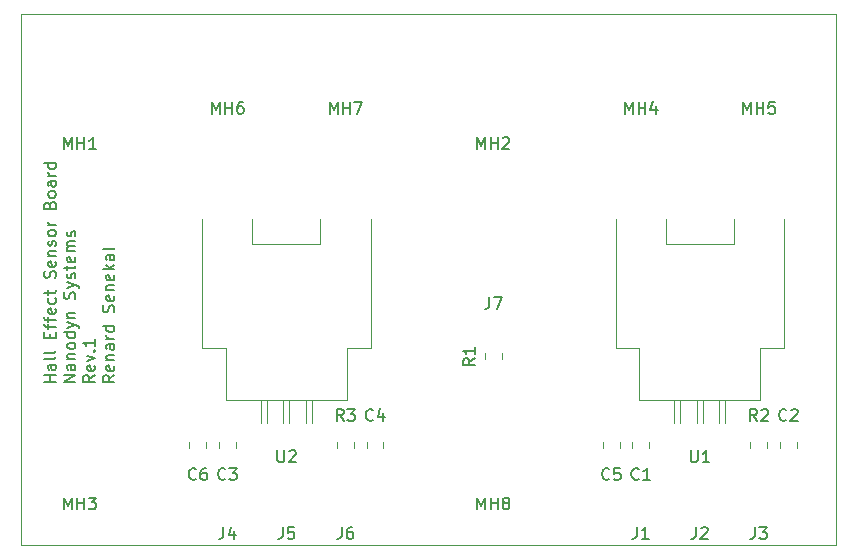
<source format=gbr>
G04 #@! TF.GenerationSoftware,KiCad,Pcbnew,(5.1.5)-3*
G04 #@! TF.CreationDate,2020-06-18T15:26:03+02:00*
G04 #@! TF.ProjectId,Amp_Hall_Effect_Sensor,416d705f-4861-46c6-9c5f-456666656374,Rev. 1*
G04 #@! TF.SameCoordinates,Original*
G04 #@! TF.FileFunction,Legend,Top*
G04 #@! TF.FilePolarity,Positive*
%FSLAX46Y46*%
G04 Gerber Fmt 4.6, Leading zero omitted, Abs format (unit mm)*
G04 Created by KiCad (PCBNEW (5.1.5)-3) date 2020-06-18 15:26:03*
%MOMM*%
%LPD*%
G04 APERTURE LIST*
%ADD10C,0.050000*%
%ADD11C,0.150000*%
%ADD12C,0.120000*%
G04 APERTURE END LIST*
D10*
X257000000Y-129500000D02*
X188000000Y-129500000D01*
X257000000Y-174500000D02*
X257000000Y-129500000D01*
X255500000Y-174500000D02*
X257000000Y-174500000D01*
X188000000Y-174500000D02*
X255500000Y-174500000D01*
X188000000Y-172000000D02*
X188000000Y-174500000D01*
X188000000Y-129500000D02*
X188000000Y-172000000D01*
D11*
X190977380Y-160664404D02*
X189977380Y-160664404D01*
X190453571Y-160664404D02*
X190453571Y-160092976D01*
X190977380Y-160092976D02*
X189977380Y-160092976D01*
X190977380Y-159188214D02*
X190453571Y-159188214D01*
X190358333Y-159235833D01*
X190310714Y-159331071D01*
X190310714Y-159521547D01*
X190358333Y-159616785D01*
X190929761Y-159188214D02*
X190977380Y-159283452D01*
X190977380Y-159521547D01*
X190929761Y-159616785D01*
X190834523Y-159664404D01*
X190739285Y-159664404D01*
X190644047Y-159616785D01*
X190596428Y-159521547D01*
X190596428Y-159283452D01*
X190548809Y-159188214D01*
X190977380Y-158569166D02*
X190929761Y-158664404D01*
X190834523Y-158712023D01*
X189977380Y-158712023D01*
X190977380Y-158045357D02*
X190929761Y-158140595D01*
X190834523Y-158188214D01*
X189977380Y-158188214D01*
X190453571Y-156902500D02*
X190453571Y-156569166D01*
X190977380Y-156426309D02*
X190977380Y-156902500D01*
X189977380Y-156902500D01*
X189977380Y-156426309D01*
X190310714Y-156140595D02*
X190310714Y-155759642D01*
X190977380Y-155997738D02*
X190120238Y-155997738D01*
X190025000Y-155950119D01*
X189977380Y-155854880D01*
X189977380Y-155759642D01*
X190310714Y-155569166D02*
X190310714Y-155188214D01*
X190977380Y-155426309D02*
X190120238Y-155426309D01*
X190025000Y-155378690D01*
X189977380Y-155283452D01*
X189977380Y-155188214D01*
X190929761Y-154473928D02*
X190977380Y-154569166D01*
X190977380Y-154759642D01*
X190929761Y-154854880D01*
X190834523Y-154902500D01*
X190453571Y-154902500D01*
X190358333Y-154854880D01*
X190310714Y-154759642D01*
X190310714Y-154569166D01*
X190358333Y-154473928D01*
X190453571Y-154426309D01*
X190548809Y-154426309D01*
X190644047Y-154902500D01*
X190929761Y-153569166D02*
X190977380Y-153664404D01*
X190977380Y-153854880D01*
X190929761Y-153950119D01*
X190882142Y-153997738D01*
X190786904Y-154045357D01*
X190501190Y-154045357D01*
X190405952Y-153997738D01*
X190358333Y-153950119D01*
X190310714Y-153854880D01*
X190310714Y-153664404D01*
X190358333Y-153569166D01*
X190310714Y-153283452D02*
X190310714Y-152902500D01*
X189977380Y-153140595D02*
X190834523Y-153140595D01*
X190929761Y-153092976D01*
X190977380Y-152997738D01*
X190977380Y-152902500D01*
X190929761Y-151854880D02*
X190977380Y-151712023D01*
X190977380Y-151473928D01*
X190929761Y-151378690D01*
X190882142Y-151331071D01*
X190786904Y-151283452D01*
X190691666Y-151283452D01*
X190596428Y-151331071D01*
X190548809Y-151378690D01*
X190501190Y-151473928D01*
X190453571Y-151664404D01*
X190405952Y-151759642D01*
X190358333Y-151807261D01*
X190263095Y-151854880D01*
X190167857Y-151854880D01*
X190072619Y-151807261D01*
X190025000Y-151759642D01*
X189977380Y-151664404D01*
X189977380Y-151426309D01*
X190025000Y-151283452D01*
X190929761Y-150473928D02*
X190977380Y-150569166D01*
X190977380Y-150759642D01*
X190929761Y-150854880D01*
X190834523Y-150902500D01*
X190453571Y-150902500D01*
X190358333Y-150854880D01*
X190310714Y-150759642D01*
X190310714Y-150569166D01*
X190358333Y-150473928D01*
X190453571Y-150426309D01*
X190548809Y-150426309D01*
X190644047Y-150902500D01*
X190310714Y-149997738D02*
X190977380Y-149997738D01*
X190405952Y-149997738D02*
X190358333Y-149950119D01*
X190310714Y-149854880D01*
X190310714Y-149712023D01*
X190358333Y-149616785D01*
X190453571Y-149569166D01*
X190977380Y-149569166D01*
X190929761Y-149140595D02*
X190977380Y-149045357D01*
X190977380Y-148854880D01*
X190929761Y-148759642D01*
X190834523Y-148712023D01*
X190786904Y-148712023D01*
X190691666Y-148759642D01*
X190644047Y-148854880D01*
X190644047Y-148997738D01*
X190596428Y-149092976D01*
X190501190Y-149140595D01*
X190453571Y-149140595D01*
X190358333Y-149092976D01*
X190310714Y-148997738D01*
X190310714Y-148854880D01*
X190358333Y-148759642D01*
X190977380Y-148140595D02*
X190929761Y-148235833D01*
X190882142Y-148283452D01*
X190786904Y-148331071D01*
X190501190Y-148331071D01*
X190405952Y-148283452D01*
X190358333Y-148235833D01*
X190310714Y-148140595D01*
X190310714Y-147997738D01*
X190358333Y-147902500D01*
X190405952Y-147854880D01*
X190501190Y-147807261D01*
X190786904Y-147807261D01*
X190882142Y-147854880D01*
X190929761Y-147902500D01*
X190977380Y-147997738D01*
X190977380Y-148140595D01*
X190977380Y-147378690D02*
X190310714Y-147378690D01*
X190501190Y-147378690D02*
X190405952Y-147331071D01*
X190358333Y-147283452D01*
X190310714Y-147188214D01*
X190310714Y-147092976D01*
X190453571Y-145664404D02*
X190501190Y-145521547D01*
X190548809Y-145473928D01*
X190644047Y-145426309D01*
X190786904Y-145426309D01*
X190882142Y-145473928D01*
X190929761Y-145521547D01*
X190977380Y-145616785D01*
X190977380Y-145997738D01*
X189977380Y-145997738D01*
X189977380Y-145664404D01*
X190025000Y-145569166D01*
X190072619Y-145521547D01*
X190167857Y-145473928D01*
X190263095Y-145473928D01*
X190358333Y-145521547D01*
X190405952Y-145569166D01*
X190453571Y-145664404D01*
X190453571Y-145997738D01*
X190977380Y-144854880D02*
X190929761Y-144950119D01*
X190882142Y-144997738D01*
X190786904Y-145045357D01*
X190501190Y-145045357D01*
X190405952Y-144997738D01*
X190358333Y-144950119D01*
X190310714Y-144854880D01*
X190310714Y-144712023D01*
X190358333Y-144616785D01*
X190405952Y-144569166D01*
X190501190Y-144521547D01*
X190786904Y-144521547D01*
X190882142Y-144569166D01*
X190929761Y-144616785D01*
X190977380Y-144712023D01*
X190977380Y-144854880D01*
X190977380Y-143664404D02*
X190453571Y-143664404D01*
X190358333Y-143712023D01*
X190310714Y-143807261D01*
X190310714Y-143997738D01*
X190358333Y-144092976D01*
X190929761Y-143664404D02*
X190977380Y-143759642D01*
X190977380Y-143997738D01*
X190929761Y-144092976D01*
X190834523Y-144140595D01*
X190739285Y-144140595D01*
X190644047Y-144092976D01*
X190596428Y-143997738D01*
X190596428Y-143759642D01*
X190548809Y-143664404D01*
X190977380Y-143188214D02*
X190310714Y-143188214D01*
X190501190Y-143188214D02*
X190405952Y-143140595D01*
X190358333Y-143092976D01*
X190310714Y-142997738D01*
X190310714Y-142902500D01*
X190977380Y-142140595D02*
X189977380Y-142140595D01*
X190929761Y-142140595D02*
X190977380Y-142235833D01*
X190977380Y-142426309D01*
X190929761Y-142521547D01*
X190882142Y-142569166D01*
X190786904Y-142616785D01*
X190501190Y-142616785D01*
X190405952Y-142569166D01*
X190358333Y-142521547D01*
X190310714Y-142426309D01*
X190310714Y-142235833D01*
X190358333Y-142140595D01*
X192627380Y-160664404D02*
X191627380Y-160664404D01*
X192627380Y-160092976D01*
X191627380Y-160092976D01*
X192627380Y-159188214D02*
X192103571Y-159188214D01*
X192008333Y-159235833D01*
X191960714Y-159331071D01*
X191960714Y-159521547D01*
X192008333Y-159616785D01*
X192579761Y-159188214D02*
X192627380Y-159283452D01*
X192627380Y-159521547D01*
X192579761Y-159616785D01*
X192484523Y-159664404D01*
X192389285Y-159664404D01*
X192294047Y-159616785D01*
X192246428Y-159521547D01*
X192246428Y-159283452D01*
X192198809Y-159188214D01*
X191960714Y-158712023D02*
X192627380Y-158712023D01*
X192055952Y-158712023D02*
X192008333Y-158664404D01*
X191960714Y-158569166D01*
X191960714Y-158426309D01*
X192008333Y-158331071D01*
X192103571Y-158283452D01*
X192627380Y-158283452D01*
X192627380Y-157664404D02*
X192579761Y-157759642D01*
X192532142Y-157807261D01*
X192436904Y-157854880D01*
X192151190Y-157854880D01*
X192055952Y-157807261D01*
X192008333Y-157759642D01*
X191960714Y-157664404D01*
X191960714Y-157521547D01*
X192008333Y-157426309D01*
X192055952Y-157378690D01*
X192151190Y-157331071D01*
X192436904Y-157331071D01*
X192532142Y-157378690D01*
X192579761Y-157426309D01*
X192627380Y-157521547D01*
X192627380Y-157664404D01*
X192627380Y-156473928D02*
X191627380Y-156473928D01*
X192579761Y-156473928D02*
X192627380Y-156569166D01*
X192627380Y-156759642D01*
X192579761Y-156854880D01*
X192532142Y-156902500D01*
X192436904Y-156950119D01*
X192151190Y-156950119D01*
X192055952Y-156902500D01*
X192008333Y-156854880D01*
X191960714Y-156759642D01*
X191960714Y-156569166D01*
X192008333Y-156473928D01*
X191960714Y-156092976D02*
X192627380Y-155854880D01*
X191960714Y-155616785D02*
X192627380Y-155854880D01*
X192865476Y-155950119D01*
X192913095Y-155997738D01*
X192960714Y-156092976D01*
X191960714Y-155235833D02*
X192627380Y-155235833D01*
X192055952Y-155235833D02*
X192008333Y-155188214D01*
X191960714Y-155092976D01*
X191960714Y-154950119D01*
X192008333Y-154854880D01*
X192103571Y-154807261D01*
X192627380Y-154807261D01*
X192579761Y-153616785D02*
X192627380Y-153473928D01*
X192627380Y-153235833D01*
X192579761Y-153140595D01*
X192532142Y-153092976D01*
X192436904Y-153045357D01*
X192341666Y-153045357D01*
X192246428Y-153092976D01*
X192198809Y-153140595D01*
X192151190Y-153235833D01*
X192103571Y-153426309D01*
X192055952Y-153521547D01*
X192008333Y-153569166D01*
X191913095Y-153616785D01*
X191817857Y-153616785D01*
X191722619Y-153569166D01*
X191675000Y-153521547D01*
X191627380Y-153426309D01*
X191627380Y-153188214D01*
X191675000Y-153045357D01*
X191960714Y-152712023D02*
X192627380Y-152473928D01*
X191960714Y-152235833D02*
X192627380Y-152473928D01*
X192865476Y-152569166D01*
X192913095Y-152616785D01*
X192960714Y-152712023D01*
X192579761Y-151902500D02*
X192627380Y-151807261D01*
X192627380Y-151616785D01*
X192579761Y-151521547D01*
X192484523Y-151473928D01*
X192436904Y-151473928D01*
X192341666Y-151521547D01*
X192294047Y-151616785D01*
X192294047Y-151759642D01*
X192246428Y-151854880D01*
X192151190Y-151902500D01*
X192103571Y-151902500D01*
X192008333Y-151854880D01*
X191960714Y-151759642D01*
X191960714Y-151616785D01*
X192008333Y-151521547D01*
X191960714Y-151188214D02*
X191960714Y-150807261D01*
X191627380Y-151045357D02*
X192484523Y-151045357D01*
X192579761Y-150997738D01*
X192627380Y-150902500D01*
X192627380Y-150807261D01*
X192579761Y-150092976D02*
X192627380Y-150188214D01*
X192627380Y-150378690D01*
X192579761Y-150473928D01*
X192484523Y-150521547D01*
X192103571Y-150521547D01*
X192008333Y-150473928D01*
X191960714Y-150378690D01*
X191960714Y-150188214D01*
X192008333Y-150092976D01*
X192103571Y-150045357D01*
X192198809Y-150045357D01*
X192294047Y-150521547D01*
X192627380Y-149616785D02*
X191960714Y-149616785D01*
X192055952Y-149616785D02*
X192008333Y-149569166D01*
X191960714Y-149473928D01*
X191960714Y-149331071D01*
X192008333Y-149235833D01*
X192103571Y-149188214D01*
X192627380Y-149188214D01*
X192103571Y-149188214D02*
X192008333Y-149140595D01*
X191960714Y-149045357D01*
X191960714Y-148902500D01*
X192008333Y-148807261D01*
X192103571Y-148759642D01*
X192627380Y-148759642D01*
X192579761Y-148331071D02*
X192627380Y-148235833D01*
X192627380Y-148045357D01*
X192579761Y-147950119D01*
X192484523Y-147902500D01*
X192436904Y-147902500D01*
X192341666Y-147950119D01*
X192294047Y-148045357D01*
X192294047Y-148188214D01*
X192246428Y-148283452D01*
X192151190Y-148331071D01*
X192103571Y-148331071D01*
X192008333Y-148283452D01*
X191960714Y-148188214D01*
X191960714Y-148045357D01*
X192008333Y-147950119D01*
X194277380Y-160092976D02*
X193801190Y-160426309D01*
X194277380Y-160664404D02*
X193277380Y-160664404D01*
X193277380Y-160283452D01*
X193325000Y-160188214D01*
X193372619Y-160140595D01*
X193467857Y-160092976D01*
X193610714Y-160092976D01*
X193705952Y-160140595D01*
X193753571Y-160188214D01*
X193801190Y-160283452D01*
X193801190Y-160664404D01*
X194229761Y-159283452D02*
X194277380Y-159378690D01*
X194277380Y-159569166D01*
X194229761Y-159664404D01*
X194134523Y-159712023D01*
X193753571Y-159712023D01*
X193658333Y-159664404D01*
X193610714Y-159569166D01*
X193610714Y-159378690D01*
X193658333Y-159283452D01*
X193753571Y-159235833D01*
X193848809Y-159235833D01*
X193944047Y-159712023D01*
X193610714Y-158902500D02*
X194277380Y-158664404D01*
X193610714Y-158426309D01*
X194182142Y-158045357D02*
X194229761Y-157997738D01*
X194277380Y-158045357D01*
X194229761Y-158092976D01*
X194182142Y-158045357D01*
X194277380Y-158045357D01*
X194277380Y-157045357D02*
X194277380Y-157616785D01*
X194277380Y-157331071D02*
X193277380Y-157331071D01*
X193420238Y-157426309D01*
X193515476Y-157521547D01*
X193563095Y-157616785D01*
X195927380Y-160092976D02*
X195451190Y-160426309D01*
X195927380Y-160664404D02*
X194927380Y-160664404D01*
X194927380Y-160283452D01*
X194975000Y-160188214D01*
X195022619Y-160140595D01*
X195117857Y-160092976D01*
X195260714Y-160092976D01*
X195355952Y-160140595D01*
X195403571Y-160188214D01*
X195451190Y-160283452D01*
X195451190Y-160664404D01*
X195879761Y-159283452D02*
X195927380Y-159378690D01*
X195927380Y-159569166D01*
X195879761Y-159664404D01*
X195784523Y-159712023D01*
X195403571Y-159712023D01*
X195308333Y-159664404D01*
X195260714Y-159569166D01*
X195260714Y-159378690D01*
X195308333Y-159283452D01*
X195403571Y-159235833D01*
X195498809Y-159235833D01*
X195594047Y-159712023D01*
X195260714Y-158807261D02*
X195927380Y-158807261D01*
X195355952Y-158807261D02*
X195308333Y-158759642D01*
X195260714Y-158664404D01*
X195260714Y-158521547D01*
X195308333Y-158426309D01*
X195403571Y-158378690D01*
X195927380Y-158378690D01*
X195927380Y-157473928D02*
X195403571Y-157473928D01*
X195308333Y-157521547D01*
X195260714Y-157616785D01*
X195260714Y-157807261D01*
X195308333Y-157902500D01*
X195879761Y-157473928D02*
X195927380Y-157569166D01*
X195927380Y-157807261D01*
X195879761Y-157902500D01*
X195784523Y-157950119D01*
X195689285Y-157950119D01*
X195594047Y-157902500D01*
X195546428Y-157807261D01*
X195546428Y-157569166D01*
X195498809Y-157473928D01*
X195927380Y-156997738D02*
X195260714Y-156997738D01*
X195451190Y-156997738D02*
X195355952Y-156950119D01*
X195308333Y-156902500D01*
X195260714Y-156807261D01*
X195260714Y-156712023D01*
X195927380Y-155950119D02*
X194927380Y-155950119D01*
X195879761Y-155950119D02*
X195927380Y-156045357D01*
X195927380Y-156235833D01*
X195879761Y-156331071D01*
X195832142Y-156378690D01*
X195736904Y-156426309D01*
X195451190Y-156426309D01*
X195355952Y-156378690D01*
X195308333Y-156331071D01*
X195260714Y-156235833D01*
X195260714Y-156045357D01*
X195308333Y-155950119D01*
X195879761Y-154759642D02*
X195927380Y-154616785D01*
X195927380Y-154378690D01*
X195879761Y-154283452D01*
X195832142Y-154235833D01*
X195736904Y-154188214D01*
X195641666Y-154188214D01*
X195546428Y-154235833D01*
X195498809Y-154283452D01*
X195451190Y-154378690D01*
X195403571Y-154569166D01*
X195355952Y-154664404D01*
X195308333Y-154712023D01*
X195213095Y-154759642D01*
X195117857Y-154759642D01*
X195022619Y-154712023D01*
X194975000Y-154664404D01*
X194927380Y-154569166D01*
X194927380Y-154331071D01*
X194975000Y-154188214D01*
X195879761Y-153378690D02*
X195927380Y-153473928D01*
X195927380Y-153664404D01*
X195879761Y-153759642D01*
X195784523Y-153807261D01*
X195403571Y-153807261D01*
X195308333Y-153759642D01*
X195260714Y-153664404D01*
X195260714Y-153473928D01*
X195308333Y-153378690D01*
X195403571Y-153331071D01*
X195498809Y-153331071D01*
X195594047Y-153807261D01*
X195260714Y-152902500D02*
X195927380Y-152902500D01*
X195355952Y-152902500D02*
X195308333Y-152854880D01*
X195260714Y-152759642D01*
X195260714Y-152616785D01*
X195308333Y-152521547D01*
X195403571Y-152473928D01*
X195927380Y-152473928D01*
X195879761Y-151616785D02*
X195927380Y-151712023D01*
X195927380Y-151902500D01*
X195879761Y-151997738D01*
X195784523Y-152045357D01*
X195403571Y-152045357D01*
X195308333Y-151997738D01*
X195260714Y-151902500D01*
X195260714Y-151712023D01*
X195308333Y-151616785D01*
X195403571Y-151569166D01*
X195498809Y-151569166D01*
X195594047Y-152045357D01*
X195927380Y-151140595D02*
X194927380Y-151140595D01*
X195546428Y-151045357D02*
X195927380Y-150759642D01*
X195260714Y-150759642D02*
X195641666Y-151140595D01*
X195927380Y-149902500D02*
X195403571Y-149902500D01*
X195308333Y-149950119D01*
X195260714Y-150045357D01*
X195260714Y-150235833D01*
X195308333Y-150331071D01*
X195879761Y-149902500D02*
X195927380Y-149997738D01*
X195927380Y-150235833D01*
X195879761Y-150331071D01*
X195784523Y-150378690D01*
X195689285Y-150378690D01*
X195594047Y-150331071D01*
X195546428Y-150235833D01*
X195546428Y-149997738D01*
X195498809Y-149902500D01*
X195927380Y-149283452D02*
X195879761Y-149378690D01*
X195784523Y-149426309D01*
X194927380Y-149426309D01*
D12*
X239790000Y-165741422D02*
X239790000Y-166258578D01*
X241210000Y-165741422D02*
X241210000Y-166258578D01*
X252290000Y-165741422D02*
X252290000Y-166258578D01*
X253710000Y-165741422D02*
X253710000Y-166258578D01*
X206210000Y-165741422D02*
X206210000Y-166258578D01*
X204790000Y-165741422D02*
X204790000Y-166258578D01*
X217290000Y-165741422D02*
X217290000Y-166258578D01*
X218710000Y-165741422D02*
X218710000Y-166258578D01*
X238710000Y-165741422D02*
X238710000Y-166258578D01*
X237290000Y-165741422D02*
X237290000Y-166258578D01*
X203710000Y-165741422D02*
X203710000Y-166258578D01*
X202290000Y-165741422D02*
X202290000Y-166258578D01*
X227290000Y-158241422D02*
X227290000Y-158758578D01*
X228710000Y-158241422D02*
X228710000Y-158758578D01*
X249790000Y-166258578D02*
X249790000Y-165741422D01*
X251210000Y-166258578D02*
X251210000Y-165741422D01*
X216210000Y-166258578D02*
X216210000Y-165741422D01*
X214790000Y-166258578D02*
X214790000Y-165741422D01*
X247155000Y-162220000D02*
X247155000Y-164100000D01*
X243335000Y-162220000D02*
X243335000Y-164100000D01*
X247665000Y-162220000D02*
X247665000Y-164100000D01*
X243845000Y-162220000D02*
X243845000Y-164100000D01*
X245245000Y-162220000D02*
X245245000Y-164100000D01*
X245755000Y-162220000D02*
X245755000Y-164100000D01*
X250620000Y-162220000D02*
X240380000Y-162220000D01*
X250620000Y-157820000D02*
X252620000Y-157820000D01*
X242620000Y-148980000D02*
X242620000Y-146900000D01*
X248380000Y-148980000D02*
X248380000Y-146900000D01*
X252620000Y-157820000D02*
X252620000Y-146900000D01*
X240380000Y-157820000D02*
X238380000Y-157820000D01*
X238380000Y-157820000D02*
X238380000Y-146900000D01*
X250620000Y-162220000D02*
X250620000Y-157820000D01*
X242620000Y-148980000D02*
X248380000Y-148980000D01*
X240380000Y-162220000D02*
X240380000Y-157820000D01*
X205380000Y-162220000D02*
X205380000Y-157820000D01*
X207620000Y-148980000D02*
X213380000Y-148980000D01*
X215620000Y-162220000D02*
X215620000Y-157820000D01*
X203380000Y-157820000D02*
X203380000Y-146900000D01*
X205380000Y-157820000D02*
X203380000Y-157820000D01*
X217620000Y-157820000D02*
X217620000Y-146900000D01*
X213380000Y-148980000D02*
X213380000Y-146900000D01*
X207620000Y-148980000D02*
X207620000Y-146900000D01*
X215620000Y-157820000D02*
X217620000Y-157820000D01*
X215620000Y-162220000D02*
X205380000Y-162220000D01*
X210755000Y-162220000D02*
X210755000Y-164100000D01*
X210245000Y-162220000D02*
X210245000Y-164100000D01*
X208845000Y-162220000D02*
X208845000Y-164100000D01*
X212665000Y-162220000D02*
X212665000Y-164100000D01*
X208335000Y-162220000D02*
X208335000Y-164100000D01*
X212155000Y-162220000D02*
X212155000Y-164100000D01*
D11*
X240333333Y-168857142D02*
X240285714Y-168904761D01*
X240142857Y-168952380D01*
X240047619Y-168952380D01*
X239904761Y-168904761D01*
X239809523Y-168809523D01*
X239761904Y-168714285D01*
X239714285Y-168523809D01*
X239714285Y-168380952D01*
X239761904Y-168190476D01*
X239809523Y-168095238D01*
X239904761Y-168000000D01*
X240047619Y-167952380D01*
X240142857Y-167952380D01*
X240285714Y-168000000D01*
X240333333Y-168047619D01*
X241285714Y-168952380D02*
X240714285Y-168952380D01*
X241000000Y-168952380D02*
X241000000Y-167952380D01*
X240904761Y-168095238D01*
X240809523Y-168190476D01*
X240714285Y-168238095D01*
X252833333Y-163857142D02*
X252785714Y-163904761D01*
X252642857Y-163952380D01*
X252547619Y-163952380D01*
X252404761Y-163904761D01*
X252309523Y-163809523D01*
X252261904Y-163714285D01*
X252214285Y-163523809D01*
X252214285Y-163380952D01*
X252261904Y-163190476D01*
X252309523Y-163095238D01*
X252404761Y-163000000D01*
X252547619Y-162952380D01*
X252642857Y-162952380D01*
X252785714Y-163000000D01*
X252833333Y-163047619D01*
X253214285Y-163047619D02*
X253261904Y-163000000D01*
X253357142Y-162952380D01*
X253595238Y-162952380D01*
X253690476Y-163000000D01*
X253738095Y-163047619D01*
X253785714Y-163142857D01*
X253785714Y-163238095D01*
X253738095Y-163380952D01*
X253166666Y-163952380D01*
X253785714Y-163952380D01*
X205333333Y-168857142D02*
X205285714Y-168904761D01*
X205142857Y-168952380D01*
X205047619Y-168952380D01*
X204904761Y-168904761D01*
X204809523Y-168809523D01*
X204761904Y-168714285D01*
X204714285Y-168523809D01*
X204714285Y-168380952D01*
X204761904Y-168190476D01*
X204809523Y-168095238D01*
X204904761Y-168000000D01*
X205047619Y-167952380D01*
X205142857Y-167952380D01*
X205285714Y-168000000D01*
X205333333Y-168047619D01*
X205666666Y-167952380D02*
X206285714Y-167952380D01*
X205952380Y-168333333D01*
X206095238Y-168333333D01*
X206190476Y-168380952D01*
X206238095Y-168428571D01*
X206285714Y-168523809D01*
X206285714Y-168761904D01*
X206238095Y-168857142D01*
X206190476Y-168904761D01*
X206095238Y-168952380D01*
X205809523Y-168952380D01*
X205714285Y-168904761D01*
X205666666Y-168857142D01*
X217833333Y-163857142D02*
X217785714Y-163904761D01*
X217642857Y-163952380D01*
X217547619Y-163952380D01*
X217404761Y-163904761D01*
X217309523Y-163809523D01*
X217261904Y-163714285D01*
X217214285Y-163523809D01*
X217214285Y-163380952D01*
X217261904Y-163190476D01*
X217309523Y-163095238D01*
X217404761Y-163000000D01*
X217547619Y-162952380D01*
X217642857Y-162952380D01*
X217785714Y-163000000D01*
X217833333Y-163047619D01*
X218690476Y-163285714D02*
X218690476Y-163952380D01*
X218452380Y-162904761D02*
X218214285Y-163619047D01*
X218833333Y-163619047D01*
X237833333Y-168857142D02*
X237785714Y-168904761D01*
X237642857Y-168952380D01*
X237547619Y-168952380D01*
X237404761Y-168904761D01*
X237309523Y-168809523D01*
X237261904Y-168714285D01*
X237214285Y-168523809D01*
X237214285Y-168380952D01*
X237261904Y-168190476D01*
X237309523Y-168095238D01*
X237404761Y-168000000D01*
X237547619Y-167952380D01*
X237642857Y-167952380D01*
X237785714Y-168000000D01*
X237833333Y-168047619D01*
X238738095Y-167952380D02*
X238261904Y-167952380D01*
X238214285Y-168428571D01*
X238261904Y-168380952D01*
X238357142Y-168333333D01*
X238595238Y-168333333D01*
X238690476Y-168380952D01*
X238738095Y-168428571D01*
X238785714Y-168523809D01*
X238785714Y-168761904D01*
X238738095Y-168857142D01*
X238690476Y-168904761D01*
X238595238Y-168952380D01*
X238357142Y-168952380D01*
X238261904Y-168904761D01*
X238214285Y-168857142D01*
X202833333Y-168857142D02*
X202785714Y-168904761D01*
X202642857Y-168952380D01*
X202547619Y-168952380D01*
X202404761Y-168904761D01*
X202309523Y-168809523D01*
X202261904Y-168714285D01*
X202214285Y-168523809D01*
X202214285Y-168380952D01*
X202261904Y-168190476D01*
X202309523Y-168095238D01*
X202404761Y-168000000D01*
X202547619Y-167952380D01*
X202642857Y-167952380D01*
X202785714Y-168000000D01*
X202833333Y-168047619D01*
X203690476Y-167952380D02*
X203500000Y-167952380D01*
X203404761Y-168000000D01*
X203357142Y-168047619D01*
X203261904Y-168190476D01*
X203214285Y-168380952D01*
X203214285Y-168761904D01*
X203261904Y-168857142D01*
X203309523Y-168904761D01*
X203404761Y-168952380D01*
X203595238Y-168952380D01*
X203690476Y-168904761D01*
X203738095Y-168857142D01*
X203785714Y-168761904D01*
X203785714Y-168523809D01*
X203738095Y-168428571D01*
X203690476Y-168380952D01*
X203595238Y-168333333D01*
X203404761Y-168333333D01*
X203309523Y-168380952D01*
X203261904Y-168428571D01*
X203214285Y-168523809D01*
X240166666Y-172952380D02*
X240166666Y-173666666D01*
X240119047Y-173809523D01*
X240023809Y-173904761D01*
X239880952Y-173952380D01*
X239785714Y-173952380D01*
X241166666Y-173952380D02*
X240595238Y-173952380D01*
X240880952Y-173952380D02*
X240880952Y-172952380D01*
X240785714Y-173095238D01*
X240690476Y-173190476D01*
X240595238Y-173238095D01*
X245166666Y-172952380D02*
X245166666Y-173666666D01*
X245119047Y-173809523D01*
X245023809Y-173904761D01*
X244880952Y-173952380D01*
X244785714Y-173952380D01*
X245595238Y-173047619D02*
X245642857Y-173000000D01*
X245738095Y-172952380D01*
X245976190Y-172952380D01*
X246071428Y-173000000D01*
X246119047Y-173047619D01*
X246166666Y-173142857D01*
X246166666Y-173238095D01*
X246119047Y-173380952D01*
X245547619Y-173952380D01*
X246166666Y-173952380D01*
X250166666Y-172952380D02*
X250166666Y-173666666D01*
X250119047Y-173809523D01*
X250023809Y-173904761D01*
X249880952Y-173952380D01*
X249785714Y-173952380D01*
X250547619Y-172952380D02*
X251166666Y-172952380D01*
X250833333Y-173333333D01*
X250976190Y-173333333D01*
X251071428Y-173380952D01*
X251119047Y-173428571D01*
X251166666Y-173523809D01*
X251166666Y-173761904D01*
X251119047Y-173857142D01*
X251071428Y-173904761D01*
X250976190Y-173952380D01*
X250690476Y-173952380D01*
X250595238Y-173904761D01*
X250547619Y-173857142D01*
X205166666Y-172952380D02*
X205166666Y-173666666D01*
X205119047Y-173809523D01*
X205023809Y-173904761D01*
X204880952Y-173952380D01*
X204785714Y-173952380D01*
X206071428Y-173285714D02*
X206071428Y-173952380D01*
X205833333Y-172904761D02*
X205595238Y-173619047D01*
X206214285Y-173619047D01*
X210166666Y-172952380D02*
X210166666Y-173666666D01*
X210119047Y-173809523D01*
X210023809Y-173904761D01*
X209880952Y-173952380D01*
X209785714Y-173952380D01*
X211119047Y-172952380D02*
X210642857Y-172952380D01*
X210595238Y-173428571D01*
X210642857Y-173380952D01*
X210738095Y-173333333D01*
X210976190Y-173333333D01*
X211071428Y-173380952D01*
X211119047Y-173428571D01*
X211166666Y-173523809D01*
X211166666Y-173761904D01*
X211119047Y-173857142D01*
X211071428Y-173904761D01*
X210976190Y-173952380D01*
X210738095Y-173952380D01*
X210642857Y-173904761D01*
X210595238Y-173857142D01*
X215166666Y-172952380D02*
X215166666Y-173666666D01*
X215119047Y-173809523D01*
X215023809Y-173904761D01*
X214880952Y-173952380D01*
X214785714Y-173952380D01*
X216071428Y-172952380D02*
X215880952Y-172952380D01*
X215785714Y-173000000D01*
X215738095Y-173047619D01*
X215642857Y-173190476D01*
X215595238Y-173380952D01*
X215595238Y-173761904D01*
X215642857Y-173857142D01*
X215690476Y-173904761D01*
X215785714Y-173952380D01*
X215976190Y-173952380D01*
X216071428Y-173904761D01*
X216119047Y-173857142D01*
X216166666Y-173761904D01*
X216166666Y-173523809D01*
X216119047Y-173428571D01*
X216071428Y-173380952D01*
X215976190Y-173333333D01*
X215785714Y-173333333D01*
X215690476Y-173380952D01*
X215642857Y-173428571D01*
X215595238Y-173523809D01*
X227666666Y-153452380D02*
X227666666Y-154166666D01*
X227619047Y-154309523D01*
X227523809Y-154404761D01*
X227380952Y-154452380D01*
X227285714Y-154452380D01*
X228047619Y-153452380D02*
X228714285Y-153452380D01*
X228285714Y-154452380D01*
X191666666Y-140952380D02*
X191666666Y-139952380D01*
X192000000Y-140666666D01*
X192333333Y-139952380D01*
X192333333Y-140952380D01*
X192809523Y-140952380D02*
X192809523Y-139952380D01*
X192809523Y-140428571D02*
X193380952Y-140428571D01*
X193380952Y-140952380D02*
X193380952Y-139952380D01*
X194380952Y-140952380D02*
X193809523Y-140952380D01*
X194095238Y-140952380D02*
X194095238Y-139952380D01*
X194000000Y-140095238D01*
X193904761Y-140190476D01*
X193809523Y-140238095D01*
X226666666Y-140952380D02*
X226666666Y-139952380D01*
X227000000Y-140666666D01*
X227333333Y-139952380D01*
X227333333Y-140952380D01*
X227809523Y-140952380D02*
X227809523Y-139952380D01*
X227809523Y-140428571D02*
X228380952Y-140428571D01*
X228380952Y-140952380D02*
X228380952Y-139952380D01*
X228809523Y-140047619D02*
X228857142Y-140000000D01*
X228952380Y-139952380D01*
X229190476Y-139952380D01*
X229285714Y-140000000D01*
X229333333Y-140047619D01*
X229380952Y-140142857D01*
X229380952Y-140238095D01*
X229333333Y-140380952D01*
X228761904Y-140952380D01*
X229380952Y-140952380D01*
X191666666Y-171452380D02*
X191666666Y-170452380D01*
X192000000Y-171166666D01*
X192333333Y-170452380D01*
X192333333Y-171452380D01*
X192809523Y-171452380D02*
X192809523Y-170452380D01*
X192809523Y-170928571D02*
X193380952Y-170928571D01*
X193380952Y-171452380D02*
X193380952Y-170452380D01*
X193761904Y-170452380D02*
X194380952Y-170452380D01*
X194047619Y-170833333D01*
X194190476Y-170833333D01*
X194285714Y-170880952D01*
X194333333Y-170928571D01*
X194380952Y-171023809D01*
X194380952Y-171261904D01*
X194333333Y-171357142D01*
X194285714Y-171404761D01*
X194190476Y-171452380D01*
X193904761Y-171452380D01*
X193809523Y-171404761D01*
X193761904Y-171357142D01*
X239166666Y-137952380D02*
X239166666Y-136952380D01*
X239500000Y-137666666D01*
X239833333Y-136952380D01*
X239833333Y-137952380D01*
X240309523Y-137952380D02*
X240309523Y-136952380D01*
X240309523Y-137428571D02*
X240880952Y-137428571D01*
X240880952Y-137952380D02*
X240880952Y-136952380D01*
X241785714Y-137285714D02*
X241785714Y-137952380D01*
X241547619Y-136904761D02*
X241309523Y-137619047D01*
X241928571Y-137619047D01*
X249166666Y-137952380D02*
X249166666Y-136952380D01*
X249500000Y-137666666D01*
X249833333Y-136952380D01*
X249833333Y-137952380D01*
X250309523Y-137952380D02*
X250309523Y-136952380D01*
X250309523Y-137428571D02*
X250880952Y-137428571D01*
X250880952Y-137952380D02*
X250880952Y-136952380D01*
X251833333Y-136952380D02*
X251357142Y-136952380D01*
X251309523Y-137428571D01*
X251357142Y-137380952D01*
X251452380Y-137333333D01*
X251690476Y-137333333D01*
X251785714Y-137380952D01*
X251833333Y-137428571D01*
X251880952Y-137523809D01*
X251880952Y-137761904D01*
X251833333Y-137857142D01*
X251785714Y-137904761D01*
X251690476Y-137952380D01*
X251452380Y-137952380D01*
X251357142Y-137904761D01*
X251309523Y-137857142D01*
X204166666Y-137952380D02*
X204166666Y-136952380D01*
X204500000Y-137666666D01*
X204833333Y-136952380D01*
X204833333Y-137952380D01*
X205309523Y-137952380D02*
X205309523Y-136952380D01*
X205309523Y-137428571D02*
X205880952Y-137428571D01*
X205880952Y-137952380D02*
X205880952Y-136952380D01*
X206785714Y-136952380D02*
X206595238Y-136952380D01*
X206500000Y-137000000D01*
X206452380Y-137047619D01*
X206357142Y-137190476D01*
X206309523Y-137380952D01*
X206309523Y-137761904D01*
X206357142Y-137857142D01*
X206404761Y-137904761D01*
X206500000Y-137952380D01*
X206690476Y-137952380D01*
X206785714Y-137904761D01*
X206833333Y-137857142D01*
X206880952Y-137761904D01*
X206880952Y-137523809D01*
X206833333Y-137428571D01*
X206785714Y-137380952D01*
X206690476Y-137333333D01*
X206500000Y-137333333D01*
X206404761Y-137380952D01*
X206357142Y-137428571D01*
X206309523Y-137523809D01*
X214166666Y-137952380D02*
X214166666Y-136952380D01*
X214500000Y-137666666D01*
X214833333Y-136952380D01*
X214833333Y-137952380D01*
X215309523Y-137952380D02*
X215309523Y-136952380D01*
X215309523Y-137428571D02*
X215880952Y-137428571D01*
X215880952Y-137952380D02*
X215880952Y-136952380D01*
X216261904Y-136952380D02*
X216928571Y-136952380D01*
X216500000Y-137952380D01*
X226666666Y-171452380D02*
X226666666Y-170452380D01*
X227000000Y-171166666D01*
X227333333Y-170452380D01*
X227333333Y-171452380D01*
X227809523Y-171452380D02*
X227809523Y-170452380D01*
X227809523Y-170928571D02*
X228380952Y-170928571D01*
X228380952Y-171452380D02*
X228380952Y-170452380D01*
X229000000Y-170880952D02*
X228904761Y-170833333D01*
X228857142Y-170785714D01*
X228809523Y-170690476D01*
X228809523Y-170642857D01*
X228857142Y-170547619D01*
X228904761Y-170500000D01*
X229000000Y-170452380D01*
X229190476Y-170452380D01*
X229285714Y-170500000D01*
X229333333Y-170547619D01*
X229380952Y-170642857D01*
X229380952Y-170690476D01*
X229333333Y-170785714D01*
X229285714Y-170833333D01*
X229190476Y-170880952D01*
X229000000Y-170880952D01*
X228904761Y-170928571D01*
X228857142Y-170976190D01*
X228809523Y-171071428D01*
X228809523Y-171261904D01*
X228857142Y-171357142D01*
X228904761Y-171404761D01*
X229000000Y-171452380D01*
X229190476Y-171452380D01*
X229285714Y-171404761D01*
X229333333Y-171357142D01*
X229380952Y-171261904D01*
X229380952Y-171071428D01*
X229333333Y-170976190D01*
X229285714Y-170928571D01*
X229190476Y-170880952D01*
X226452380Y-158666666D02*
X225976190Y-159000000D01*
X226452380Y-159238095D02*
X225452380Y-159238095D01*
X225452380Y-158857142D01*
X225500000Y-158761904D01*
X225547619Y-158714285D01*
X225642857Y-158666666D01*
X225785714Y-158666666D01*
X225880952Y-158714285D01*
X225928571Y-158761904D01*
X225976190Y-158857142D01*
X225976190Y-159238095D01*
X226452380Y-157714285D02*
X226452380Y-158285714D01*
X226452380Y-158000000D02*
X225452380Y-158000000D01*
X225595238Y-158095238D01*
X225690476Y-158190476D01*
X225738095Y-158285714D01*
X250333333Y-163952380D02*
X250000000Y-163476190D01*
X249761904Y-163952380D02*
X249761904Y-162952380D01*
X250142857Y-162952380D01*
X250238095Y-163000000D01*
X250285714Y-163047619D01*
X250333333Y-163142857D01*
X250333333Y-163285714D01*
X250285714Y-163380952D01*
X250238095Y-163428571D01*
X250142857Y-163476190D01*
X249761904Y-163476190D01*
X250714285Y-163047619D02*
X250761904Y-163000000D01*
X250857142Y-162952380D01*
X251095238Y-162952380D01*
X251190476Y-163000000D01*
X251238095Y-163047619D01*
X251285714Y-163142857D01*
X251285714Y-163238095D01*
X251238095Y-163380952D01*
X250666666Y-163952380D01*
X251285714Y-163952380D01*
X215333333Y-163952380D02*
X215000000Y-163476190D01*
X214761904Y-163952380D02*
X214761904Y-162952380D01*
X215142857Y-162952380D01*
X215238095Y-163000000D01*
X215285714Y-163047619D01*
X215333333Y-163142857D01*
X215333333Y-163285714D01*
X215285714Y-163380952D01*
X215238095Y-163428571D01*
X215142857Y-163476190D01*
X214761904Y-163476190D01*
X215666666Y-162952380D02*
X216285714Y-162952380D01*
X215952380Y-163333333D01*
X216095238Y-163333333D01*
X216190476Y-163380952D01*
X216238095Y-163428571D01*
X216285714Y-163523809D01*
X216285714Y-163761904D01*
X216238095Y-163857142D01*
X216190476Y-163904761D01*
X216095238Y-163952380D01*
X215809523Y-163952380D01*
X215714285Y-163904761D01*
X215666666Y-163857142D01*
X244738095Y-166452380D02*
X244738095Y-167261904D01*
X244785714Y-167357142D01*
X244833333Y-167404761D01*
X244928571Y-167452380D01*
X245119047Y-167452380D01*
X245214285Y-167404761D01*
X245261904Y-167357142D01*
X245309523Y-167261904D01*
X245309523Y-166452380D01*
X246309523Y-167452380D02*
X245738095Y-167452380D01*
X246023809Y-167452380D02*
X246023809Y-166452380D01*
X245928571Y-166595238D01*
X245833333Y-166690476D01*
X245738095Y-166738095D01*
X209738095Y-166452380D02*
X209738095Y-167261904D01*
X209785714Y-167357142D01*
X209833333Y-167404761D01*
X209928571Y-167452380D01*
X210119047Y-167452380D01*
X210214285Y-167404761D01*
X210261904Y-167357142D01*
X210309523Y-167261904D01*
X210309523Y-166452380D01*
X210738095Y-166547619D02*
X210785714Y-166500000D01*
X210880952Y-166452380D01*
X211119047Y-166452380D01*
X211214285Y-166500000D01*
X211261904Y-166547619D01*
X211309523Y-166642857D01*
X211309523Y-166738095D01*
X211261904Y-166880952D01*
X210690476Y-167452380D01*
X211309523Y-167452380D01*
M02*

</source>
